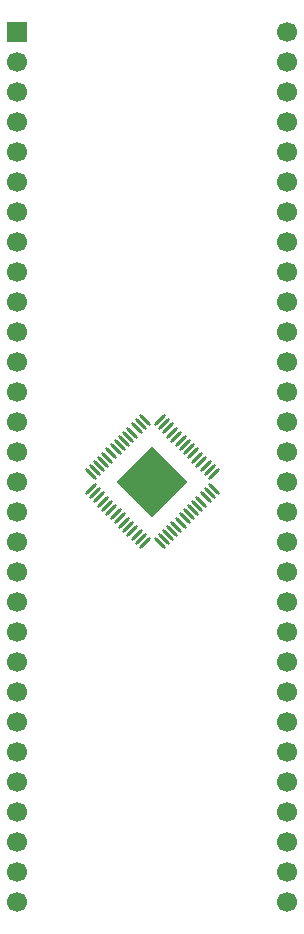
<source format=gts>
G04 #@! TF.GenerationSoftware,KiCad,Pcbnew,9.0.6*
G04 #@! TF.CreationDate,2026-01-08T14:27:29-06:00*
G04 #@! TF.ProjectId,QFN-56_8x8_P0.5,51464e2d-3536-45f3-9878-385f50302e35,rev?*
G04 #@! TF.SameCoordinates,Original*
G04 #@! TF.FileFunction,Soldermask,Top*
G04 #@! TF.FilePolarity,Negative*
%FSLAX46Y46*%
G04 Gerber Fmt 4.6, Leading zero omitted, Abs format (unit mm)*
G04 Created by KiCad (PCBNEW 9.0.6) date 2026-01-08 14:27:29*
%MOMM*%
%LPD*%
G01*
G04 APERTURE LIST*
G04 Aperture macros list*
%AMRoundRect*
0 Rectangle with rounded corners*
0 $1 Rounding radius*
0 $2 $3 $4 $5 $6 $7 $8 $9 X,Y pos of 4 corners*
0 Add a 4 corners polygon primitive as box body*
4,1,4,$2,$3,$4,$5,$6,$7,$8,$9,$2,$3,0*
0 Add four circle primitives for the rounded corners*
1,1,$1+$1,$2,$3*
1,1,$1+$1,$4,$5*
1,1,$1+$1,$6,$7*
1,1,$1+$1,$8,$9*
0 Add four rect primitives between the rounded corners*
20,1,$1+$1,$2,$3,$4,$5,0*
20,1,$1+$1,$4,$5,$6,$7,0*
20,1,$1+$1,$6,$7,$8,$9,0*
20,1,$1+$1,$8,$9,$2,$3,0*%
%AMRotRect*
0 Rectangle, with rotation*
0 The origin of the aperture is its center*
0 $1 length*
0 $2 width*
0 $3 Rotation angle, in degrees counterclockwise*
0 Add horizontal line*
21,1,$1,$2,0,0,$3*%
G04 Aperture macros list end*
%ADD10RoundRect,0.062500X-0.424264X0.335876X0.335876X-0.424264X0.424264X-0.335876X-0.335876X0.424264X0*%
%ADD11RoundRect,0.062500X-0.424264X-0.335876X-0.335876X-0.424264X0.424264X0.335876X0.335876X0.424264X0*%
%ADD12RotRect,4.300000X4.300000X315.000000*%
%ADD13R,1.700000X1.700000*%
%ADD14C,1.700000*%
G04 APERTURE END LIST*
D10*
X137802443Y-116696249D03*
X137448889Y-117049802D03*
X137095336Y-117403355D03*
X136741783Y-117756909D03*
X136388230Y-118110463D03*
X136034676Y-118464016D03*
X135681122Y-118817569D03*
X135327569Y-119171122D03*
X134974016Y-119524676D03*
X134620463Y-119878230D03*
X134266909Y-120231783D03*
X133913355Y-120585336D03*
X133559802Y-120938889D03*
X133206249Y-121292443D03*
D11*
X133206249Y-122547557D03*
X133559802Y-122901111D03*
X133913355Y-123254664D03*
X134266909Y-123608217D03*
X134620463Y-123961770D03*
X134974016Y-124315324D03*
X135327569Y-124668878D03*
X135681122Y-125022431D03*
X136034676Y-125375984D03*
X136388230Y-125729537D03*
X136741783Y-126083091D03*
X137095336Y-126436645D03*
X137448889Y-126790198D03*
X137802443Y-127143751D03*
D10*
X139057557Y-127143751D03*
X139411111Y-126790198D03*
X139764664Y-126436645D03*
X140118217Y-126083091D03*
X140471770Y-125729537D03*
X140825324Y-125375984D03*
X141178878Y-125022431D03*
X141532431Y-124668878D03*
X141885984Y-124315324D03*
X142239537Y-123961770D03*
X142593091Y-123608217D03*
X142946645Y-123254664D03*
X143300198Y-122901111D03*
X143653751Y-122547557D03*
D11*
X143653751Y-121292443D03*
X143300198Y-120938889D03*
X142946645Y-120585336D03*
X142593091Y-120231783D03*
X142239537Y-119878230D03*
X141885984Y-119524676D03*
X141532431Y-119171122D03*
X141178878Y-118817569D03*
X140825324Y-118464016D03*
X140471770Y-118110463D03*
X140118217Y-117756909D03*
X139764664Y-117403355D03*
X139411111Y-117049802D03*
X139057557Y-116696249D03*
D12*
X138430000Y-121920000D03*
D13*
X127000000Y-83820000D03*
D14*
X127000000Y-86360000D03*
X127000000Y-88900000D03*
X127000000Y-91440000D03*
X127000000Y-93980000D03*
X127000000Y-96520000D03*
X127000000Y-99060000D03*
X127000000Y-101600000D03*
X127000000Y-104140000D03*
X127000000Y-106680000D03*
X127000000Y-109220000D03*
X127000000Y-111760000D03*
X127000000Y-114300000D03*
X127000000Y-116840000D03*
X127000000Y-119380000D03*
X127000000Y-121920000D03*
X127000000Y-124460000D03*
X127000000Y-127000000D03*
X127000000Y-129540000D03*
X127000000Y-132080000D03*
X127000000Y-134620000D03*
X127000000Y-137160000D03*
X127000000Y-139700000D03*
X127000000Y-142240000D03*
X127000000Y-144780000D03*
X127000000Y-147320000D03*
X127000000Y-149860000D03*
X127000000Y-152400000D03*
X127000000Y-154940000D03*
X127000000Y-157480000D03*
X149860000Y-83820000D03*
X149860000Y-86360000D03*
X149860000Y-88900000D03*
X149860000Y-91440000D03*
X149860000Y-93980000D03*
X149860000Y-96520000D03*
X149860000Y-99060000D03*
X149860000Y-101600000D03*
X149860000Y-104140000D03*
X149860000Y-106680000D03*
X149860000Y-109220000D03*
X149860000Y-111760000D03*
X149860000Y-114300000D03*
X149860000Y-116840000D03*
X149860000Y-119380000D03*
X149860000Y-121920000D03*
X149860000Y-124460000D03*
X149860000Y-127000000D03*
X149860000Y-129540000D03*
X149860000Y-132080000D03*
X149860000Y-134620000D03*
X149860000Y-137160000D03*
X149860000Y-139700000D03*
X149860000Y-142240000D03*
X149860000Y-144780000D03*
X149860000Y-147320000D03*
X149860000Y-149860000D03*
X149860000Y-152400000D03*
X149860000Y-154940000D03*
X149860000Y-157480000D03*
M02*

</source>
